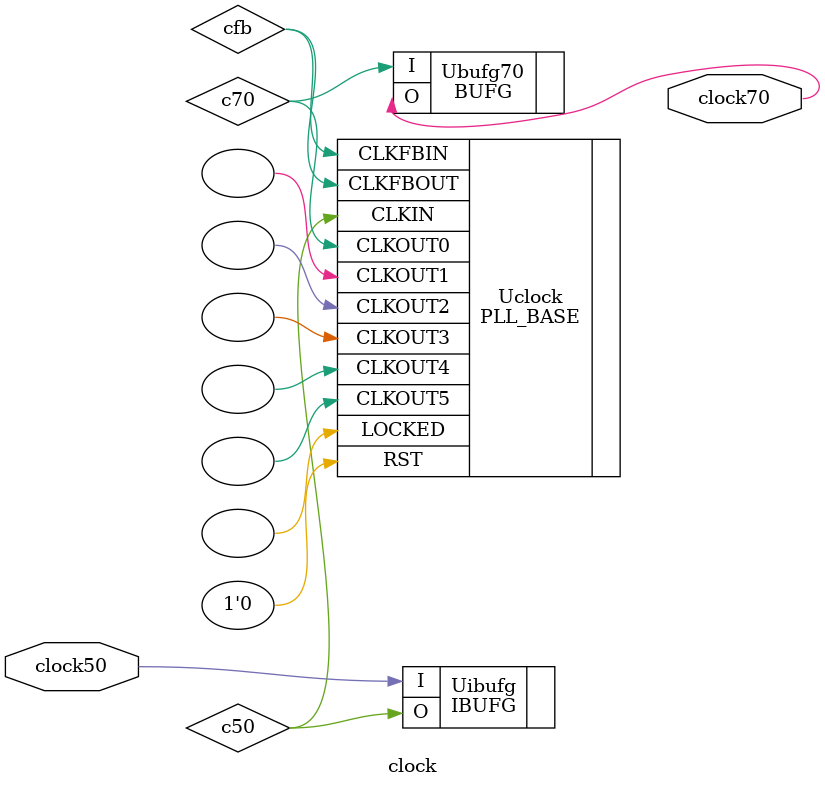
<source format=v>

module clock
(
	input  clock50, // 50.00 MHz
	output clock70  //  7.00 MHz
);

PLL_BASE #
(
	.BANDWIDTH          ("OPTIMIZED"),
	.CLK_FEEDBACK       ("CLKFBOUT" ),
	.COMPENSATION       ("SYSTEM_SYNCHRONOUS"),
	.DIVCLK_DIVIDE      ( 2    ),
	.CLKFBOUT_MULT      (21    ),
	.CLKFBOUT_PHASE     ( 0.000),
	.CLKOUT0_DIVIDE     (75    ),
	.CLKOUT0_PHASE      ( 0.000),
	.CLKOUT0_DUTY_CYCLE ( 0.500),
	.CLKIN_PERIOD       (20.000),
	.REF_JITTER         ( 0.010)
)
Uclock
(
	.RST                (1'b0),
	.CLKFBIN            (cfb),
	.CLKFBOUT           (cfb),
	.CLKIN              (c50),
	.CLKOUT0            (c70),
	.CLKOUT1            (),
	.CLKOUT2            (),
	.CLKOUT3            (),
	.CLKOUT4            (),
	.CLKOUT5            (),
	.LOCKED             ()
);
IBUFG Uibufg
(
	.I(clock50),
	.O(c50)
);
BUFG Ubufg70
(
	.I(c70),
	.O(clock70)
);

endmodule

</source>
